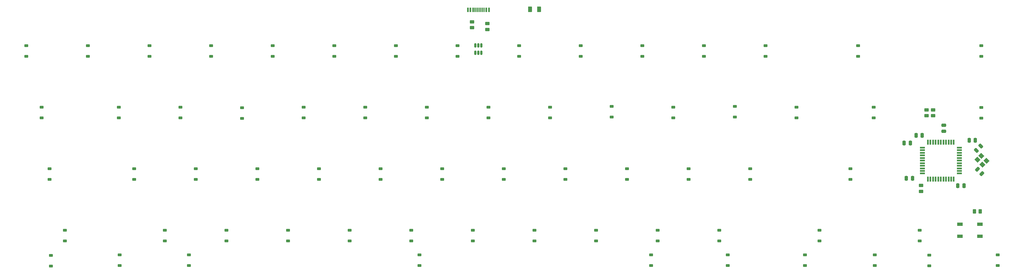
<source format=gbr>
G04 #@! TF.GenerationSoftware,KiCad,Pcbnew,8.0.2*
G04 #@! TF.CreationDate,2025-03-10T15:51:09-05:00*
G04 #@! TF.ProjectId,65,36352e6b-6963-4616-945f-706362585858,rev?*
G04 #@! TF.SameCoordinates,Original*
G04 #@! TF.FileFunction,Paste,Bot*
G04 #@! TF.FilePolarity,Positive*
%FSLAX46Y46*%
G04 Gerber Fmt 4.6, Leading zero omitted, Abs format (unit mm)*
G04 Created by KiCad (PCBNEW 8.0.2) date 2025-03-10 15:51:09*
%MOMM*%
%LPD*%
G01*
G04 APERTURE LIST*
G04 Aperture macros list*
%AMRoundRect*
0 Rectangle with rounded corners*
0 $1 Rounding radius*
0 $2 $3 $4 $5 $6 $7 $8 $9 X,Y pos of 4 corners*
0 Add a 4 corners polygon primitive as box body*
4,1,4,$2,$3,$4,$5,$6,$7,$8,$9,$2,$3,0*
0 Add four circle primitives for the rounded corners*
1,1,$1+$1,$2,$3*
1,1,$1+$1,$4,$5*
1,1,$1+$1,$6,$7*
1,1,$1+$1,$8,$9*
0 Add four rect primitives between the rounded corners*
20,1,$1+$1,$2,$3,$4,$5,0*
20,1,$1+$1,$4,$5,$6,$7,0*
20,1,$1+$1,$6,$7,$8,$9,0*
20,1,$1+$1,$8,$9,$2,$3,0*%
%AMRotRect*
0 Rectangle, with rotation*
0 The origin of the aperture is its center*
0 $1 length*
0 $2 width*
0 $3 Rotation angle, in degrees counterclockwise*
0 Add horizontal line*
21,1,$1,$2,0,0,$3*%
G04 Aperture macros list end*
%ADD10RoundRect,0.225000X0.375000X-0.225000X0.375000X0.225000X-0.375000X0.225000X-0.375000X-0.225000X0*%
%ADD11RoundRect,0.250000X-0.250000X-0.475000X0.250000X-0.475000X0.250000X0.475000X-0.250000X0.475000X0*%
%ADD12RoundRect,0.250000X-0.375000X-0.625000X0.375000X-0.625000X0.375000X0.625000X-0.375000X0.625000X0*%
%ADD13R,0.600000X1.450000*%
%ADD14R,0.300000X1.450000*%
%ADD15RoundRect,0.250000X0.250000X0.475000X-0.250000X0.475000X-0.250000X-0.475000X0.250000X-0.475000X0*%
%ADD16RoundRect,0.250000X-0.450000X0.262500X-0.450000X-0.262500X0.450000X-0.262500X0.450000X0.262500X0*%
%ADD17RoundRect,0.250000X0.450000X-0.262500X0.450000X0.262500X-0.450000X0.262500X-0.450000X-0.262500X0*%
%ADD18RoundRect,0.225000X-0.375000X0.225000X-0.375000X-0.225000X0.375000X-0.225000X0.375000X0.225000X0*%
%ADD19RoundRect,0.250000X-0.262500X-0.450000X0.262500X-0.450000X0.262500X0.450000X-0.262500X0.450000X0*%
%ADD20RoundRect,0.250000X0.475000X-0.250000X0.475000X0.250000X-0.475000X0.250000X-0.475000X-0.250000X0*%
%ADD21RoundRect,0.250000X-0.512652X-0.159099X-0.159099X-0.512652X0.512652X0.159099X0.159099X0.512652X0*%
%ADD22R,0.550000X1.500000*%
%ADD23R,1.500000X0.550000*%
%ADD24RoundRect,0.250000X0.159099X-0.512652X0.512652X-0.159099X-0.159099X0.512652X-0.512652X0.159099X0*%
%ADD25RoundRect,0.150000X-0.150000X0.512500X-0.150000X-0.512500X0.150000X-0.512500X0.150000X0.512500X0*%
%ADD26RotRect,1.400000X1.200000X315.000000*%
%ADD27R,1.800000X1.100000*%
G04 APERTURE END LIST*
D10*
X248443750Y-148750000D03*
X248443750Y-145450000D03*
X138906250Y-110650000D03*
X138906250Y-107350000D03*
X257968750Y-167770000D03*
X257968750Y-164470000D03*
X253206250Y-110650000D03*
X253206250Y-107350000D03*
X96043750Y-148750000D03*
X96043750Y-145450000D03*
X67468750Y-129700000D03*
X67468750Y-126400000D03*
X267493750Y-148750000D03*
X267493750Y-145450000D03*
X191293750Y-148750000D03*
X191293750Y-145450000D03*
D11*
X350750001Y-150700000D03*
X352649999Y-150700000D03*
D10*
X210343750Y-148750000D03*
X210343750Y-145450000D03*
D12*
X218468751Y-96043750D03*
X221268749Y-96043750D03*
D13*
X199250000Y-96245000D03*
X200050000Y-96245000D03*
D14*
X201250000Y-96245000D03*
X202250000Y-96245000D03*
X202750000Y-96245000D03*
X203750000Y-96245000D03*
D13*
X204950000Y-96245000D03*
X205750000Y-96245000D03*
X205750000Y-96245000D03*
X204950000Y-96245000D03*
D14*
X204250000Y-96245000D03*
X203250000Y-96245000D03*
X201750000Y-96245000D03*
X200750000Y-96245000D03*
D13*
X200050000Y-96245000D03*
X199250000Y-96245000D03*
D15*
X339749999Y-135100000D03*
X337850001Y-135100000D03*
D10*
X215106250Y-110650000D03*
X215106250Y-107350000D03*
X229393750Y-148750000D03*
X229393750Y-145450000D03*
D16*
X200558400Y-99925500D03*
X200558400Y-101750500D03*
D10*
X153193750Y-148750000D03*
X153193750Y-145450000D03*
X181768750Y-167770000D03*
X181768750Y-164470000D03*
X162718750Y-167770000D03*
X162718750Y-164470000D03*
D17*
X343100000Y-129012500D03*
X343100000Y-127187500D03*
D18*
X341900000Y-172150000D03*
X341900000Y-175450000D03*
D10*
X238918750Y-167770000D03*
X238918750Y-164470000D03*
X119856250Y-110650000D03*
X119856250Y-107350000D03*
X277018750Y-167770000D03*
X277018750Y-164470000D03*
D16*
X339400000Y-150587500D03*
X339400000Y-152412500D03*
D10*
X74612500Y-167770000D03*
X74612500Y-164470000D03*
X291306250Y-110650000D03*
X291306250Y-107350000D03*
D19*
X355887500Y-158600000D03*
X357712500Y-158600000D03*
D10*
X234156250Y-110650000D03*
X234156250Y-107350000D03*
X262731250Y-129700000D03*
X262731250Y-126400000D03*
X338931250Y-167770000D03*
X338931250Y-164470000D03*
D18*
X255900000Y-172100000D03*
X255900000Y-175400000D03*
D10*
X186531250Y-129700000D03*
X186531250Y-126400000D03*
D17*
X341100000Y-129012500D03*
X341100000Y-127187500D03*
D10*
X317500000Y-148750000D03*
X317500000Y-145450000D03*
X62706250Y-110650000D03*
X62706250Y-107350000D03*
D18*
X279600000Y-172100000D03*
X279600000Y-175400000D03*
X303500000Y-172100000D03*
X303500000Y-175400000D03*
D20*
X346400000Y-133849999D03*
X346400000Y-131950001D03*
D10*
X143668750Y-167770000D03*
X143668750Y-164470000D03*
D18*
X363100000Y-172100000D03*
X363100000Y-175400000D03*
D10*
X357981250Y-110650000D03*
X357981250Y-107350000D03*
D21*
X356828249Y-145628249D03*
X358171751Y-146971751D03*
D10*
X200818750Y-167770000D03*
X200818750Y-164470000D03*
X91281250Y-129700000D03*
X91281250Y-126400000D03*
D22*
X341500000Y-137200000D03*
X342300000Y-137200000D03*
X343100000Y-137200000D03*
X343900000Y-137200000D03*
X344700000Y-137200000D03*
X345500000Y-137200000D03*
X346300000Y-137200000D03*
X347100000Y-137200000D03*
X347900000Y-137200000D03*
X348700000Y-137200000D03*
X349500000Y-137200000D03*
D23*
X351200000Y-138900000D03*
X351200000Y-139700000D03*
X351200000Y-140500000D03*
X351200000Y-141300000D03*
X351200000Y-142100000D03*
X351200000Y-142900000D03*
X351200000Y-143700000D03*
X351200000Y-144500000D03*
X351200000Y-145300000D03*
X351200000Y-146100000D03*
X351200000Y-146900000D03*
D22*
X349500000Y-148600000D03*
X348700000Y-148600000D03*
X347900000Y-148600000D03*
X347100000Y-148600000D03*
X346300000Y-148600000D03*
X345500000Y-148600000D03*
X344700000Y-148600000D03*
X343900000Y-148600000D03*
X343100000Y-148600000D03*
X342300000Y-148600000D03*
X341500000Y-148600000D03*
D23*
X339800000Y-146900000D03*
X339800000Y-146100000D03*
X339800000Y-145300000D03*
X339800000Y-144500000D03*
X339800000Y-143700000D03*
X339800000Y-142900000D03*
X339800000Y-142100000D03*
X339800000Y-141300000D03*
X339800000Y-140500000D03*
X339800000Y-139700000D03*
X339800000Y-138900000D03*
D15*
X336049999Y-137500000D03*
X334150001Y-137500000D03*
D10*
X286543750Y-148750000D03*
X286543750Y-145450000D03*
X167481250Y-129700000D03*
X167481250Y-126400000D03*
X281781250Y-129443750D03*
X281781250Y-126143750D03*
X148431250Y-129700000D03*
X148431250Y-126400000D03*
X129381250Y-129850000D03*
X129381250Y-126550000D03*
D18*
X184300000Y-172100000D03*
X184300000Y-175400000D03*
D24*
X356528249Y-139771751D03*
X357871751Y-138428249D03*
D10*
X324700000Y-129650000D03*
X324700000Y-126350000D03*
X69850000Y-148750000D03*
X69850000Y-145450000D03*
X124618750Y-167770000D03*
X124618750Y-164470000D03*
D18*
X325100000Y-172100000D03*
X325100000Y-175400000D03*
D25*
X201550001Y-107262500D03*
X202500000Y-107262500D03*
X203449999Y-107262500D03*
X203449999Y-109537500D03*
X202500000Y-109537500D03*
X201550001Y-109537500D03*
D18*
X91600000Y-172100000D03*
X91600000Y-175400000D03*
D10*
X243681250Y-129443750D03*
X243681250Y-126143750D03*
D26*
X358023223Y-141421142D03*
X359578858Y-142976777D03*
X358376777Y-144178858D03*
X356821142Y-142623223D03*
D10*
X172243750Y-148750000D03*
X172243750Y-145450000D03*
D27*
X351400000Y-166350001D03*
X357600000Y-166350001D03*
X351400000Y-162649999D03*
X357600000Y-162649999D03*
D10*
X177006250Y-110650000D03*
X177006250Y-107350000D03*
X219868750Y-167770000D03*
X219868750Y-164470000D03*
X196056250Y-110650000D03*
X196056250Y-107350000D03*
X100806250Y-110650000D03*
X100806250Y-107350000D03*
D11*
X354250001Y-136600000D03*
X356149999Y-136600000D03*
D16*
X205300000Y-100487500D03*
X205300000Y-102312500D03*
D10*
X272256250Y-110650000D03*
X272256250Y-107350000D03*
X300831250Y-129700000D03*
X300831250Y-126400000D03*
X115093750Y-148750000D03*
X115093750Y-145450000D03*
X110331250Y-129700000D03*
X110331250Y-126400000D03*
D18*
X70300000Y-172250000D03*
X70300000Y-175550000D03*
D10*
X357981250Y-129750000D03*
X357981250Y-126450000D03*
D15*
X336749999Y-148400000D03*
X334850001Y-148400000D03*
D10*
X205581250Y-129700000D03*
X205581250Y-126400000D03*
X134143750Y-148750000D03*
X134143750Y-145450000D03*
X81756250Y-110650000D03*
X81756250Y-107350000D03*
X319881250Y-110650000D03*
X319881250Y-107350000D03*
X307975000Y-167770000D03*
X307975000Y-164470000D03*
D18*
X113000000Y-172100000D03*
X113000000Y-175400000D03*
D10*
X224631250Y-129700000D03*
X224631250Y-126400000D03*
X157956250Y-110650000D03*
X157956250Y-107350000D03*
X105568750Y-167770000D03*
X105568750Y-164470000D03*
M02*

</source>
